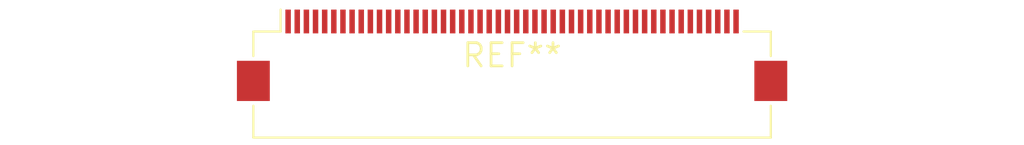
<source format=kicad_pcb>
(kicad_pcb (version 20240108) (generator pcbnew)
  (layers (0 "F.Cu" signal) (31 "B.Cu" signal) (34 "B.Paste" user) (35 "F.Paste" user) (36 "B.SilkS" user "B.Silkscreen") (37 "F.SilkS" user "F.Silkscreen") (38 "B.Mask" user) (39 "F.Mask" user) (44 "Edge.Cuts" user))
  (net 0 "")
  (footprint "Hirose_FH12-50S-0.5SH_1x50-1MP_P0.50mm_Horizontal" (layer "F.Cu") (at 0 0)
    (property "Reference" "REF**")
    (property "Value" "Hirose_FH12-50S-0.5SH_1x50-1MP_P0.50mm_Horizontal")
    (fp_line (start -14.15 -1.3) (end -14.15 0.04) (layer "F.SilkS") (stroke (width 0.12)))
    (fp_line (start -14.15 2.76) (end -14.15 4.5) (layer "F.SilkS") (stroke (width 0.12)))
    (fp_line (start -14.15 4.5) (end 14.15 4.5) (layer "F.SilkS") (stroke (width 0.12)))
    (fp_line (start -12.66 -1.3) (end -14.15 -1.3) (layer "F.SilkS") (stroke (width 0.12)))
    (fp_line (start -12.66 -1.3) (end -12.66 -2.5) (layer "F.SilkS") (stroke (width 0.12)))
    (fp_line (start 12.66 -1.3) (end 14.15 -1.3) (layer "F.SilkS") (stroke (width 0.12)))
    (fp_line (start 14.15 -1.3) (end 14.15 0.04) (layer "F.SilkS") (stroke (width 0.12)))
    (fp_line (start 14.15 4.5) (end 14.15 2.76) (layer "F.SilkS") (stroke (width 0.12)))
    (pad "1" smd rect (at -12.25 -1.85) (size 0.3 1.3) (layers "F.Cu" "F.Paste" "F.Mask"))
    (pad "2" smd rect (at -11.75 -1.85) (size 0.3 1.3) (layers "F.Cu" "F.Paste" "F.Mask"))
    (pad "3" smd rect (at -11.25 -1.85) (size 0.3 1.3) (layers "F.Cu" "F.Paste" "F.Mask"))
    (pad "4" smd rect (at -10.75 -1.85) (size 0.3 1.3) (layers "F.Cu" "F.Paste" "F.Mask"))
    (pad "5" smd rect (at -10.25 -1.85) (size 0.3 1.3) (layers "F.Cu" "F.Paste" "F.Mask"))
    (pad "6" smd rect (at -9.75 -1.85) (size 0.3 1.3) (layers "F.Cu" "F.Paste" "F.Mask"))
    (pad "7" smd rect (at -9.25 -1.85) (size 0.3 1.3) (layers "F.Cu" "F.Paste" "F.Mask"))
    (pad "8" smd rect (at -8.75 -1.85) (size 0.3 1.3) (layers "F.Cu" "F.Paste" "F.Mask"))
    (pad "9" smd rect (at -8.25 -1.85) (size 0.3 1.3) (layers "F.Cu" "F.Paste" "F.Mask"))
    (pad "10" smd rect (at -7.75 -1.85) (size 0.3 1.3) (layers "F.Cu" "F.Paste" "F.Mask"))
    (pad "11" smd rect (at -7.25 -1.85) (size 0.3 1.3) (layers "F.Cu" "F.Paste" "F.Mask"))
    (pad "12" smd rect (at -6.75 -1.85) (size 0.3 1.3) (layers "F.Cu" "F.Paste" "F.Mask"))
    (pad "13" smd rect (at -6.25 -1.85) (size 0.3 1.3) (layers "F.Cu" "F.Paste" "F.Mask"))
    (pad "14" smd rect (at -5.75 -1.85) (size 0.3 1.3) (layers "F.Cu" "F.Paste" "F.Mask"))
    (pad "15" smd rect (at -5.25 -1.85) (size 0.3 1.3) (layers "F.Cu" "F.Paste" "F.Mask"))
    (pad "16" smd rect (at -4.75 -1.85) (size 0.3 1.3) (layers "F.Cu" "F.Paste" "F.Mask"))
    (pad "17" smd rect (at -4.25 -1.85) (size 0.3 1.3) (layers "F.Cu" "F.Paste" "F.Mask"))
    (pad "18" smd rect (at -3.75 -1.85) (size 0.3 1.3) (layers "F.Cu" "F.Paste" "F.Mask"))
    (pad "19" smd rect (at -3.25 -1.85) (size 0.3 1.3) (layers "F.Cu" "F.Paste" "F.Mask"))
    (pad "20" smd rect (at -2.75 -1.85) (size 0.3 1.3) (layers "F.Cu" "F.Paste" "F.Mask"))
    (pad "21" smd rect (at -2.25 -1.85) (size 0.3 1.3) (layers "F.Cu" "F.Paste" "F.Mask"))
    (pad "22" smd rect (at -1.75 -1.85) (size 0.3 1.3) (layers "F.Cu" "F.Paste" "F.Mask"))
    (pad "23" smd rect (at -1.25 -1.85) (size 0.3 1.3) (layers "F.Cu" "F.Paste" "F.Mask"))
    (pad "24" smd rect (at -0.75 -1.85) (size 0.3 1.3) (layers "F.Cu" "F.Paste" "F.Mask"))
    (pad "25" smd rect (at -0.25 -1.85) (size 0.3 1.3) (layers "F.Cu" "F.Paste" "F.Mask"))
    (pad "26" smd rect (at 0.25 -1.85) (size 0.3 1.3) (layers "F.Cu" "F.Paste" "F.Mask"))
    (pad "27" smd rect (at 0.75 -1.85) (size 0.3 1.3) (layers "F.Cu" "F.Paste" "F.Mask"))
    (pad "28" smd rect (at 1.25 -1.85) (size 0.3 1.3) (layers "F.Cu" "F.Paste" "F.Mask"))
    (pad "29" smd rect (at 1.75 -1.85) (size 0.3 1.3) (layers "F.Cu" "F.Paste" "F.Mask"))
    (pad "30" smd rect (at 2.25 -1.85) (size 0.3 1.3) (layers "F.Cu" "F.Paste" "F.Mask"))
    (pad "31" smd rect (at 2.75 -1.85) (size 0.3 1.3) (layers "F.Cu" "F.Paste" "F.Mask"))
    (pad "32" smd rect (at 3.25 -1.85) (size 0.3 1.3) (layers "F.Cu" "F.Paste" "F.Mask"))
    (pad "33" smd rect (at 3.75 -1.85) (size 0.3 1.3) (layers "F.Cu" "F.Paste" "F.Mask"))
    (pad "34" smd rect (at 4.25 -1.85) (size 0.3 1.3) (layers "F.Cu" "F.Paste" "F.Mask"))
    (pad "35" smd rect (at 4.75 -1.85) (size 0.3 1.3) (layers "F.Cu" "F.Paste" "F.Mask"))
    (pad "36" smd rect (at 5.25 -1.85) (size 0.3 1.3) (layers "F.Cu" "F.Paste" "F.Mask"))
    (pad "37" smd rect (at 5.75 -1.85) (size 0.3 1.3) (layers "F.Cu" "F.Paste" "F.Mask"))
    (pad "38" smd rect (at 6.25 -1.85) (size 0.3 1.3) (layers "F.Cu" "F.Paste" "F.Mask"))
    (pad "39" smd rect (at 6.75 -1.85) (size 0.3 1.3) (layers "F.Cu" "F.Paste" "F.Mask"))
    (pad "40" smd rect (at 7.25 -1.85) (size 0.3 1.3) (layers "F.Cu" "F.Paste" "F.Mask"))
    (pad "41" smd rect (at 7.75 -1.85) (size 0.3 1.3) (layers "F.Cu" "F.Paste" "F.Mask"))
    (pad "42" smd rect (at 8.25 -1.85) (size 0.3 1.3) (layers "F.Cu" "F.Paste" "F.Mask"))
    (pad "43" smd rect (at 8.75 -1.85) (size 0.3 1.3) (layers "F.Cu" "F.Paste" "F.Mask"))
    (pad "44" smd rect (at 9.25 -1.85) (size 0.3 1.3) (layers "F.Cu" "F.Paste" "F.Mask"))
    (pad "45" smd rect (at 9.75 -1.85) (size 0.3 1.3) (layers "F.Cu" "F.Paste" "F.Mask"))
    (pad "46" smd rect (at 10.25 -1.85) (size 0.3 1.3) (layers "F.Cu" "F.Paste" "F.Mask"))
    (pad "47" smd rect (at 10.75 -1.85) (size 0.3 1.3) (layers "F.Cu" "F.Paste" "F.Mask"))
    (pad "48" smd rect (at 11.25 -1.85) (size 0.3 1.3) (layers "F.Cu" "F.Paste" "F.Mask"))
    (pad "49" smd rect (at 11.75 -1.85) (size 0.3 1.3) (layers "F.Cu" "F.Paste" "F.Mask"))
    (pad "50" smd rect (at 12.25 -1.85) (size 0.3 1.3) (layers "F.Cu" "F.Paste" "F.Mask"))
    (pad "MP" smd rect (at -14.15 1.4) (size 1.8 2.2) (layers "F.Cu" "F.Paste" "F.Mask"))
    (pad "MP" smd rect (at 14.15 1.4) (size 1.8 2.2) (layers "F.Cu" "F.Paste" "F.Mask"))
  )
)
</source>
